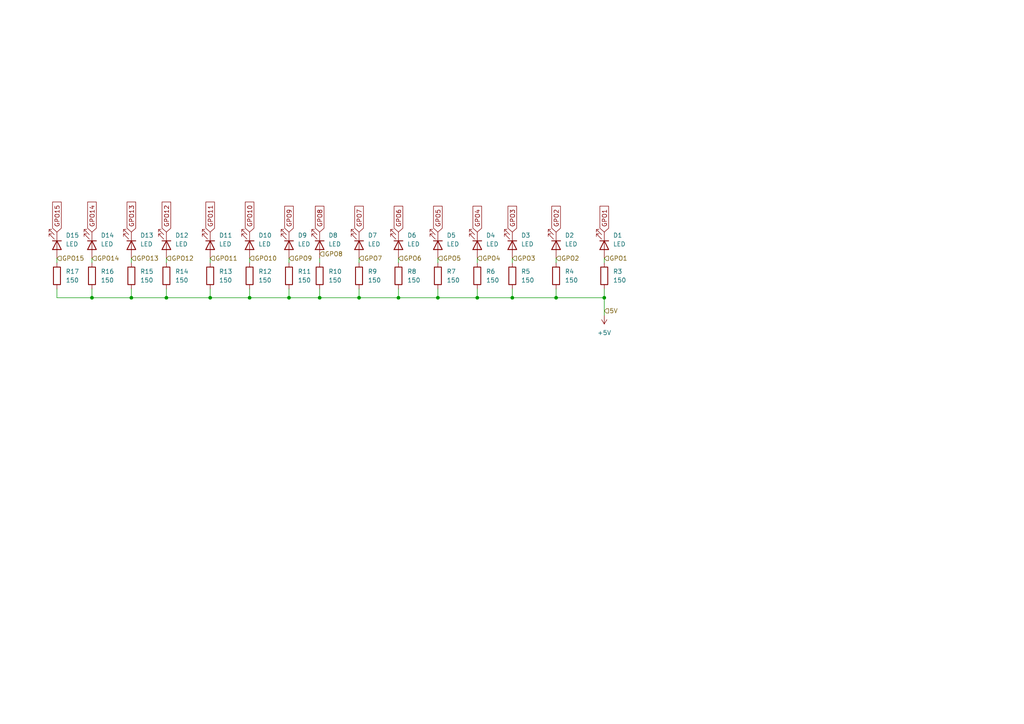
<source format=kicad_sch>
(kicad_sch (version 20231120) (generator "eeschema") (generator_version "8.0")
  (paper "A4")
  (lib_symbols
    (symbol "Device:LED" (pin_numbers hide) (pin_names (offset 1.016) hide)
      (property "Reference" "D" (at 0 2.54 0))
      (property "Value" "LED" (at 0 -2.54 0))
      (symbol "LED_0_1"
        (polyline (pts (xy -1.27 -1.27) (xy -1.27 1.27)) (stroke (width 0.254)))
        (polyline (pts (xy -1.27 0) (xy 1.27 0)))
        (polyline (pts (xy 1.27 -1.27) (xy 1.27 1.27) (xy -1.27 0) (xy 1.27 -1.27)) (stroke (width 0.254)))
        (polyline (pts (xy -3.048 -0.762) (xy -4.572 -2.286) (xy -3.81 -2.286) (xy -4.572 -2.286) (xy -4.572 -1.524)))
        (polyline (pts (xy -1.778 -0.762) (xy -3.302 -2.286) (xy -2.54 -2.286) (xy -3.302 -2.286) (xy -3.302 -1.524)))
      )
      (symbol "LED_1_1"
        (pin passive line (at -3.81 0 0) (length 2.54) (name "K") (number "1"))
        (pin passive line (at 3.81 0 180) (length 2.54) (name "A") (number "2"))
      )
    )
    (symbol "Device:R" (pin_numbers hide) (pin_names (offset 0))
      (property "Reference" "R" (at 2.032 0 90))
      (property "Value" "R" (at 0 0 90))
      (symbol "R_0_1"
        (rectangle (start -1.016 -2.54) (end 1.016 2.54) (stroke (width 0.254)))
      )
      (symbol "R_1_1"
        (pin passive line (at 0 3.81 270) (length 1.27) (name "~") (number "1"))
        (pin passive line (at 0 -3.81 90) (length 1.27) (name "~") (number "2"))
      )
    )
    (symbol "power:+5V" (power) (pin_numbers hide) (pin_names (offset 0) hide)
      (property "Value" "+5V" (at 0 3.556 0))
      (symbol "+5V_0_1"
        (polyline (pts (xy -0.762 1.27) (xy 0 2.54)))
        (polyline (pts (xy 0 0) (xy 0 2.54)))
        (polyline (pts (xy 0 2.54) (xy 0.762 1.27)))
      )
      (symbol "+5V_1_1"
        (pin power_in line (at 0 0 90) (length 0) (name "~") (number "1"))
      )
    )
  )
  (junction (at 92.71 86.36))
  (junction (at 72.39 86.36))
  (junction (at 161.29 86.36))
  (junction (at 48.26 86.36))
  (junction (at 38.1 86.36))
  (junction (at 26.67 86.36))
  (junction (at 148.59 86.36))
  (junction (at 138.43 86.36))
  (junction (at 104.14 86.36))
  (junction (at 175.26 86.36))
  (junction (at 115.57 86.36))
  (junction (at 127 86.36))
  (junction (at 83.82 86.36))
  (junction (at 60.96 86.36))
  (wire (pts (xy 148.59 83.82) (xy 148.59 86.36)))
  (wire (pts (xy 175.26 76.2) (xy 175.26 74.93)))
  (wire (pts (xy 48.26 86.36) (xy 60.96 86.36)))
  (wire (pts (xy 175.26 86.36) (xy 175.26 83.82)))
  (wire (pts (xy 26.67 83.82) (xy 26.67 86.36)))
  (wire (pts (xy 92.71 83.82) (xy 92.71 86.36)))
  (wire (pts (xy 26.67 86.36) (xy 38.1 86.36)))
  (wire (pts (xy 92.71 76.2) (xy 92.71 74.93)))
  (wire (pts (xy 60.96 86.36) (xy 72.39 86.36)))
  (wire (pts (xy 83.82 86.36) (xy 92.71 86.36)))
  (wire (pts (xy 60.96 83.82) (xy 60.96 86.36)))
  (wire (pts (xy 26.67 76.2) (xy 26.67 74.93)))
  (wire (pts (xy 161.29 83.82) (xy 161.29 86.36)))
  (wire (pts (xy 72.39 86.36) (xy 83.82 86.36)))
  (wire (pts (xy 127 76.2) (xy 127 74.93)))
  (wire (pts (xy 72.39 83.82) (xy 72.39 86.36)))
  (wire (pts (xy 104.14 83.82) (xy 104.14 86.36)))
  (wire (pts (xy 104.14 76.2) (xy 104.14 74.93)))
  (wire (pts (xy 127 83.82) (xy 127 86.36)))
  (wire (pts (xy 148.59 86.36) (xy 161.29 86.36)))
  (wire (pts (xy 138.43 76.2) (xy 138.43 74.93)))
  (wire (pts (xy 38.1 86.36) (xy 48.26 86.36)))
  (wire (pts (xy 16.51 83.82) (xy 16.51 86.36)))
  (wire (pts (xy 115.57 83.82) (xy 115.57 86.36)))
  (wire (pts (xy 161.29 86.36) (xy 175.26 86.36)))
  (wire (pts (xy 16.51 76.2) (xy 16.51 74.93)))
  (wire (pts (xy 138.43 86.36) (xy 148.59 86.36)))
  (wire (pts (xy 48.26 83.82) (xy 48.26 86.36)))
  (wire (pts (xy 115.57 76.2) (xy 115.57 74.93)))
  (wire (pts (xy 115.57 86.36) (xy 127 86.36)))
  (wire (pts (xy 104.14 86.36) (xy 115.57 86.36)))
  (wire (pts (xy 175.26 91.44) (xy 175.26 86.36)))
  (wire (pts (xy 138.43 83.82) (xy 138.43 86.36)))
  (wire (pts (xy 38.1 76.2) (xy 38.1 74.93)))
  (wire (pts (xy 16.51 86.36) (xy 26.67 86.36)))
  (wire (pts (xy 72.39 76.2) (xy 72.39 74.93)))
  (wire (pts (xy 127 86.36) (xy 138.43 86.36)))
  (wire (pts (xy 48.26 76.2) (xy 48.26 74.93)))
  (wire (pts (xy 60.96 76.2) (xy 60.96 74.93)))
  (wire (pts (xy 83.82 76.2) (xy 83.82 74.93)))
  (wire (pts (xy 83.82 83.82) (xy 83.82 86.36)))
  (wire (pts (xy 148.59 76.2) (xy 148.59 74.93)))
  (wire (pts (xy 161.29 74.93) (xy 161.29 76.2)))
  (wire (pts (xy 38.1 83.82) (xy 38.1 86.36)))
  (wire (pts (xy 92.71 86.36) (xy 104.14 86.36)))
  (global_label "GPO5" (shape input) (at 127 67.31 90) (property "Intersheetrefs" "${INTERSHEET_REFS}" (effects (hide yes))))
  (global_label "GPO1" (shape input) (at 175.26 67.31 90) (property "Intersheetrefs" "${INTERSHEET_REFS}" (effects (hide yes))))
  (global_label "GPO13" (shape input) (at 38.1 67.31 90) (property "Intersheetrefs" "${INTERSHEET_REFS}" (effects (hide yes))))
  (global_label "GPO6" (shape input) (at 115.57 67.31 90) (property "Intersheetrefs" "${INTERSHEET_REFS}" (effects (hide yes))))
  (global_label "GPO7" (shape input) (at 104.14 67.31 90) (property "Intersheetrefs" "${INTERSHEET_REFS}" (effects (hide yes))))
  (global_label "GPO9" (shape input) (at 83.82 67.31 90) (property "Intersheetrefs" "${INTERSHEET_REFS}" (effects (hide yes))))
  (global_label "GPO10" (shape input) (at 72.39 67.31 90) (property "Intersheetrefs" "${INTERSHEET_REFS}" (effects (hide yes))))
  (global_label "GPO14" (shape input) (at 26.67 67.31 90) (property "Intersheetrefs" "${INTERSHEET_REFS}" (effects (hide yes))))
  (global_label "GPO2" (shape input) (at 161.29 67.31 90) (property "Intersheetrefs" "${INTERSHEET_REFS}" (effects (hide yes))))
  (global_label "GPO4" (shape input) (at 138.43 67.31 90) (property "Intersheetrefs" "${INTERSHEET_REFS}" (effects (hide yes))))
  (global_label "GPO11" (shape input) (at 60.96 67.31 90) (property "Intersheetrefs" "${INTERSHEET_REFS}" (effects (hide yes))))
  (global_label "GPO8" (shape input) (at 92.71 67.31 90) (property "Intersheetrefs" "${INTERSHEET_REFS}" (effects (hide yes))))
  (global_label "GPO15" (shape input) (at 16.51 67.31 90) (property "Intersheetrefs" "${INTERSHEET_REFS}" (effects (hide yes))))
  (global_label "GPO12" (shape input) (at 48.26 67.31 90) (property "Intersheetrefs" "${INTERSHEET_REFS}" (effects (hide yes))))
  (global_label "GPO3" (shape input) (at 148.59 67.31 90) (property "Intersheetrefs" "${INTERSHEET_REFS}" (effects (hide yes))))
  (hierarchical_label "GPO13" (shape input) (at 38.1 74.93 0))
  (hierarchical_label "GPO3" (shape input) (at 148.59 74.93 0))
  (hierarchical_label "GPO11" (shape input) (at 60.96 74.93 0))
  (hierarchical_label "GPO9" (shape input) (at 83.82 74.93 0))
  (hierarchical_label "GPO5" (shape input) (at 127 74.93 0))
  (hierarchical_label "GPO14" (shape input) (at 26.67 74.93 0))
  (hierarchical_label "GPO10" (shape input) (at 72.39 74.93 0))
  (hierarchical_label "5V" (shape input) (at 175.26 90.17 0))
  (hierarchical_label "GPO1" (shape input) (at 175.26 74.93 0))
  (hierarchical_label "GPO4" (shape input) (at 138.43 74.93 0))
  (hierarchical_label "GPO8" (shape input) (at 92.71 73.66 0))
  (hierarchical_label "GPO12" (shape input) (at 48.26 74.93 0))
  (hierarchical_label "GPO2" (shape input) (at 161.29 74.93 0))
  (hierarchical_label "GPO15" (shape input) (at 16.51 74.93 0))
  (hierarchical_label "GPO7" (shape input) (at 104.14 74.93 0))
  (hierarchical_label "GPO6" (shape input) (at 115.57 74.93 0))
  (symbol (lib_id "Device:R") (at 83.82 80.01 0) (unit 1)
    (property "Reference" "R11" (at 86.36 78.7399 0) (effects (justify left)))
    (property "Value" "150" (at 86.36 81.2799 0) (effects (justify left)))
    (property "Description" "Resistor" (effects (hide yes)))
  )
  (symbol (lib_id "Device:LED") (at 175.26 71.12 270) (unit 1)
    (property "Reference" "D1" (at 177.8 68.2624 90) (effects (justify left)))
    (property "Value" "LED" (at 177.8 70.8024 90) (effects (justify left)))
    (property "Description" "Light emitting diode" (effects (hide yes)))
  )
  (symbol (lib_id "Device:LED") (at 92.71 71.12 270) (unit 1)
    (property "Reference" "D8" (at 95.25 68.2624 90) (effects (justify left)))
    (property "Value" "LED" (at 95.25 70.8024 90) (effects (justify left)))
    (property "Description" "Light emitting diode" (effects (hide yes)))
  )
  (symbol (lib_id "Device:LED") (at 60.96 71.12 270) (unit 1)
    (property "Reference" "D11" (at 63.5 68.2624 90) (effects (justify left)))
    (property "Value" "LED" (at 63.5 70.8024 90) (effects (justify left)))
    (property "Description" "Light emitting diode" (effects (hide yes)))
  )
  (symbol (lib_id "Device:R") (at 104.14 80.01 0) (unit 1)
    (property "Reference" "R9" (at 106.68 78.7399 0) (effects (justify left)))
    (property "Value" "150" (at 106.68 81.2799 0) (effects (justify left)))
    (property "Description" "Resistor" (effects (hide yes)))
  )
  (symbol (lib_id "Device:LED") (at 161.29 71.12 270) (unit 1)
    (property "Reference" "D2" (at 163.83 68.2624 90) (effects (justify left)))
    (property "Value" "LED" (at 163.83 70.8024 90) (effects (justify left)))
    (property "Description" "Light emitting diode" (effects (hide yes)))
  )
  (symbol (lib_id "Device:R") (at 48.26 80.01 0) (unit 1)
    (property "Reference" "R14" (at 50.8 78.7399 0) (effects (justify left)))
    (property "Value" "150" (at 50.8 81.2799 0) (effects (justify left)))
    (property "Description" "Resistor" (effects (hide yes)))
  )
  (symbol (lib_id "power:+5V") (at 175.26 91.44 180) (unit 1)
    (property "Reference" "#PWR09" (effects (hide yes)))
    (property "Value" "+5V" (at 175.26 96.52 0))
    (property "Description" "Power symbol creates a global label with name \"+5V\"" (effects (hide yes)))
  )
  (symbol (lib_id "Device:LED") (at 72.39 71.12 270) (unit 1)
    (property "Reference" "D10" (at 74.93 68.2624 90) (effects (justify left)))
    (property "Value" "LED" (at 74.93 70.8024 90) (effects (justify left)))
    (property "Description" "Light emitting diode" (effects (hide yes)))
  )
  (symbol (lib_id "Device:R") (at 26.67 80.01 0) (unit 1)
    (property "Reference" "R16" (at 29.21 78.7399 0) (effects (justify left)))
    (property "Value" "150" (at 29.21 81.2799 0) (effects (justify left)))
    (property "Description" "Resistor" (effects (hide yes)))
  )
  (symbol (lib_id "Device:R") (at 92.71 80.01 0) (unit 1)
    (property "Reference" "R10" (at 95.25 78.7399 0) (effects (justify left)))
    (property "Value" "150" (at 95.25 81.2799 0) (effects (justify left)))
    (property "Description" "Resistor" (effects (hide yes)))
  )
  (symbol (lib_id "Device:R") (at 127 80.01 0) (unit 1)
    (property "Reference" "R7" (at 129.54 78.7399 0) (effects (justify left)))
    (property "Value" "150" (at 129.54 81.2799 0) (effects (justify left)))
    (property "Description" "Resistor" (effects (hide yes)))
  )
  (symbol (lib_id "Device:LED") (at 148.59 71.12 270) (unit 1)
    (property "Reference" "D3" (at 151.13 68.2624 90) (effects (justify left)))
    (property "Value" "LED" (at 151.13 70.8024 90) (effects (justify left)))
    (property "Description" "Light emitting diode" (effects (hide yes)))
  )
  (symbol (lib_id "Device:LED") (at 38.1 71.12 270) (unit 1)
    (property "Reference" "D13" (at 40.64 68.2624 90) (effects (justify left)))
    (property "Value" "LED" (at 40.64 70.8024 90) (effects (justify left)))
    (property "Description" "Light emitting diode" (effects (hide yes)))
  )
  (symbol (lib_id "Device:LED") (at 138.43 71.12 270) (unit 1)
    (property "Reference" "D4" (at 140.97 68.2624 90) (effects (justify left)))
    (property "Value" "LED" (at 140.97 70.8024 90) (effects (justify left)))
    (property "Description" "Light emitting diode" (effects (hide yes)))
  )
  (symbol (lib_id "Device:LED") (at 83.82 71.12 270) (unit 1)
    (property "Reference" "D9" (at 86.36 68.2624 90) (effects (justify left)))
    (property "Value" "LED" (at 86.36 70.8024 90) (effects (justify left)))
    (property "Description" "Light emitting diode" (effects (hide yes)))
  )
  (symbol (lib_id "Device:LED") (at 16.51 71.12 270) (unit 1)
    (property "Reference" "D15" (at 19.05 68.2624 90) (effects (justify left)))
    (property "Value" "LED" (at 19.05 70.8024 90) (effects (justify left)))
    (property "Description" "Light emitting diode" (effects (hide yes)))
  )
  (symbol (lib_id "Device:LED") (at 115.57 71.12 270) (unit 1)
    (property "Reference" "D6" (at 118.11 68.2624 90) (effects (justify left)))
    (property "Value" "LED" (at 118.11 70.8024 90) (effects (justify left)))
    (property "Description" "Light emitting diode" (effects (hide yes)))
  )
  (symbol (lib_id "Device:R") (at 72.39 80.01 0) (unit 1)
    (property "Reference" "R12" (at 74.93 78.7399 0) (effects (justify left)))
    (property "Value" "150" (at 74.93 81.2799 0) (effects (justify left)))
    (property "Description" "Resistor" (effects (hide yes)))
  )
  (symbol (lib_id "Device:LED") (at 127 71.12 270) (unit 1)
    (property "Reference" "D5" (at 129.54 68.2624 90) (effects (justify left)))
    (property "Value" "LED" (at 129.54 70.8024 90) (effects (justify left)))
    (property "Description" "Light emitting diode" (effects (hide yes)))
  )
  (symbol (lib_id "Device:R") (at 38.1 80.01 0) (unit 1)
    (property "Reference" "R15" (at 40.64 78.7399 0) (effects (justify left)))
    (property "Value" "150" (at 40.64 81.2799 0) (effects (justify left)))
    (property "Description" "Resistor" (effects (hide yes)))
  )
  (symbol (lib_id "Device:R") (at 115.57 80.01 0) (unit 1)
    (property "Reference" "R8" (at 118.11 78.7399 0) (effects (justify left)))
    (property "Value" "150" (at 118.11 81.2799 0) (effects (justify left)))
    (property "Description" "Resistor" (effects (hide yes)))
  )
  (symbol (lib_id "Device:R") (at 175.26 80.01 0) (unit 1)
    (property "Reference" "R3" (at 177.8 78.7399 0) (effects (justify left)))
    (property "Value" "150" (at 177.8 81.2799 0) (effects (justify left)))
    (property "Description" "Resistor" (effects (hide yes)))
  )
  (symbol (lib_id "Device:R") (at 148.59 80.01 0) (unit 1)
    (property "Reference" "R5" (at 151.13 78.7399 0) (effects (justify left)))
    (property "Value" "150" (at 151.13 81.2799 0) (effects (justify left)))
    (property "Description" "Resistor" (effects (hide yes)))
  )
  (symbol (lib_id "Device:R") (at 161.29 80.01 0) (unit 1)
    (property "Reference" "R4" (at 163.83 78.7399 0) (effects (justify left)))
    (property "Value" "150" (at 163.83 81.2799 0) (effects (justify left)))
    (property "Description" "Resistor" (effects (hide yes)))
  )
  (symbol (lib_id "Device:R") (at 60.96 80.01 0) (unit 1)
    (property "Reference" "R13" (at 63.5 78.7399 0) (effects (justify left)))
    (property "Value" "150" (at 63.5 81.2799 0) (effects (justify left)))
    (property "Description" "Resistor" (effects (hide yes)))
  )
  (symbol (lib_id "Device:LED") (at 104.14 71.12 270) (unit 1)
    (property "Reference" "D7" (at 106.68 68.2624 90) (effects (justify left)))
    (property "Value" "LED" (at 106.68 70.8024 90) (effects (justify left)))
    (property "Description" "Light emitting diode" (effects (hide yes)))
  )
  (symbol (lib_id "Device:LED") (at 26.67 71.12 270) (unit 1)
    (property "Reference" "D14" (at 29.21 68.2624 90) (effects (justify left)))
    (property "Value" "LED" (at 29.21 70.8024 90) (effects (justify left)))
    (property "Description" "Light emitting diode" (effects (hide yes)))
  )
  (symbol (lib_id "Device:R") (at 138.43 80.01 0) (unit 1)
    (property "Reference" "R6" (at 140.97 78.7399 0) (effects (justify left)))
    (property "Value" "150" (at 140.97 81.2799 0) (effects (justify left)))
    (property "Description" "Resistor" (effects (hide yes)))
  )
  (symbol (lib_id "Device:LED") (at 48.26 71.12 270) (unit 1)
    (property "Reference" "D12" (at 50.8 68.2624 90) (effects (justify left)))
    (property "Value" "LED" (at 50.8 70.8024 90) (effects (justify left)))
    (property "Description" "Light emitting diode" (effects (hide yes)))
  )
  (symbol (lib_id "Device:R") (at 16.51 80.01 0) (unit 1)
    (property "Reference" "R17" (at 19.05 78.7399 0) (effects (justify left)))
    (property "Value" "150" (at 19.05 81.2799 0) (effects (justify left)))
    (property "Description" "Resistor" (effects (hide yes)))
  )
)
</source>
